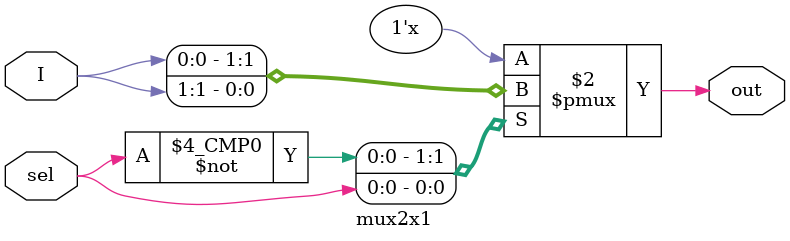
<source format=v>
module mux2x1(I,sel,out);

input[1:0]I; //I[0].I[1]
input sel;
output out;
reg out;
always @(I,sel)
	case(sel)
		1'b0 : out = I[0];
		1'b1 : out = I[1];
	endcase
endmodule 

</source>
